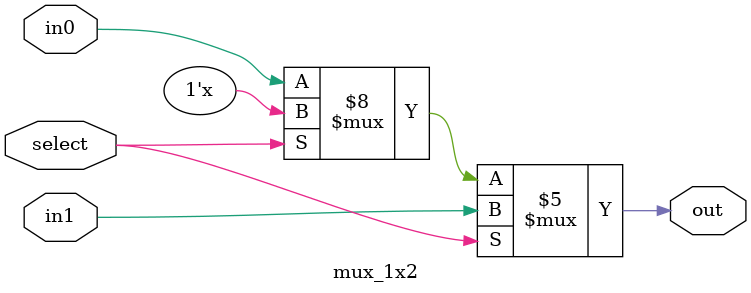
<source format=v>
`timescale 1ns / 1ns
module mux_1x2(in0, in1, select, out);
// might need to make this mux bigger?
input in0, in1;
input select;
output out;

reg out;
wire [1:0] In;
wire Select;

always @(in0 or in1 or select)
begin
	if (select == 0)
		out = in0;
	if (select == 1)
		out = in1;
end
endmodule

</source>
